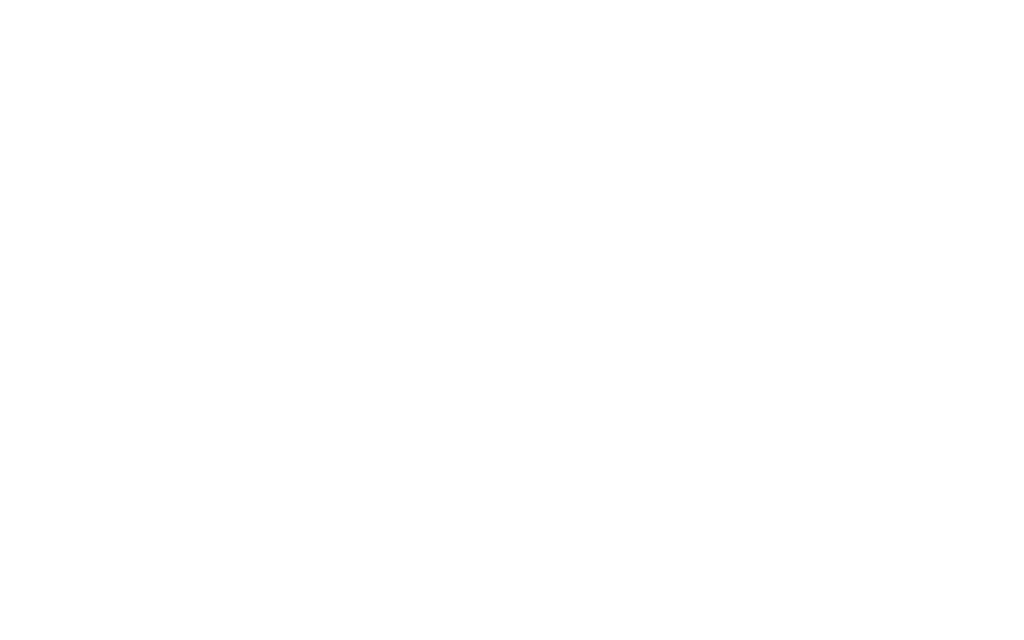
<source format=kicad_sch>
(kicad_sch (version 20230121) (generator eeschema)
  (paper "User" 335.686 210.007)
  (lib_symbols)
)
</source>
